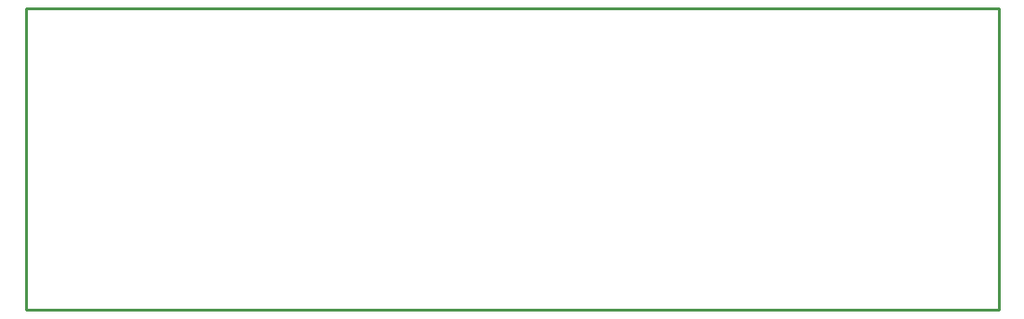
<source format=gbr>
G04 EAGLE Gerber RS-274X export*
G75*
%MOMM*%
%FSLAX34Y34*%
%LPD*%
%IN*%
%IPPOS*%
%AMOC8*
5,1,8,0,0,1.08239X$1,22.5*%
G01*
%ADD10C,0.254000*%


D10*
X114300Y5080D02*
X1000000Y5080D01*
X1000000Y279300D01*
X114300Y279300D01*
X114300Y5080D01*
M02*

</source>
